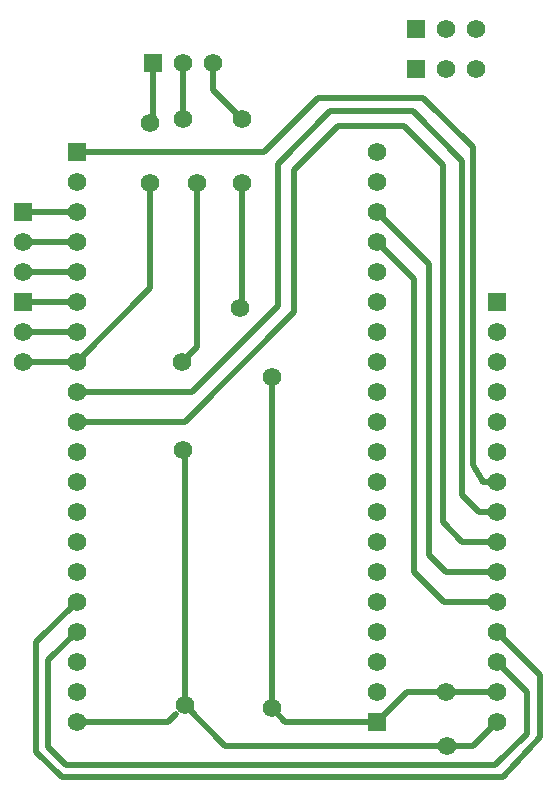
<source format=gbl>
G04 Layer: BottomLayer*
G04 EasyEDA v6.5.40, 2025-04-08 18:07:50*
G04 818aaf958c86489cb54930f66178348c,9a3801b0f1a945d2957c124233de6e5e,10*
G04 Gerber Generator version 0.2*
G04 Scale: 100 percent, Rotated: No, Reflected: No *
G04 Dimensions in millimeters *
G04 leading zeros omitted , absolute positions ,4 integer and 5 decimal *
%FSLAX45Y45*%
%MOMM*%

%ADD10C,0.5000*%
%ADD11C,1.5748*%
%ADD12R,1.5748X1.5748*%

%LPD*%
D10*
X1397000Y2146300D02*
G01*
X2374900Y2146300D01*
X3098800Y2870200D01*
X3098800Y4076700D01*
X3543300Y4521200D01*
X4241800Y4521200D01*
X4660900Y4102100D01*
X4660900Y1270000D01*
X4800600Y1130300D01*
X4953000Y1130300D01*
X1397000Y1892300D02*
G01*
X2311400Y1892300D01*
X3238500Y2819400D01*
X3238500Y4025900D01*
X3606800Y4394200D01*
X4165600Y4394200D01*
X4495800Y4064000D01*
X4495800Y1041400D01*
X4660900Y876300D01*
X4953000Y876300D01*
X3048000Y-533400D02*
G01*
X3048000Y2273300D01*
X2311400Y-508000D02*
G01*
X2311400Y1638300D01*
X2298700Y1651000D01*
X4533900Y-850900D02*
G01*
X2654300Y-850900D01*
X2311400Y-508000D01*
X3937000Y-647700D02*
G01*
X4191000Y-393700D01*
X4521200Y-393700D01*
X4953000Y-647700D02*
G01*
X4749800Y-850900D01*
X4533900Y-850900D01*
X1397000Y114300D02*
G01*
X1155700Y-127000D01*
X1155700Y-863600D01*
X1308100Y-1016000D01*
X4940300Y-1016000D01*
X5207000Y-749300D01*
X5207000Y-393700D01*
X4953000Y-139700D01*
X1397000Y368300D02*
G01*
X1054100Y25400D01*
X1054100Y-901700D01*
X1270000Y-1117600D01*
X5003800Y-1117600D01*
X5321300Y-774700D01*
X5321300Y-622300D01*
X5321300Y-254000D01*
X4953000Y114300D01*
X1397000Y4178300D02*
G01*
X2984500Y4178300D01*
X3441700Y4635500D01*
X4330700Y4635500D01*
X4749800Y4216400D01*
X4749800Y1524000D01*
X4826000Y1397000D01*
X4838700Y1384300D01*
X4953000Y1384300D01*
X3937000Y3670300D02*
G01*
X4381500Y3225800D01*
X4381500Y762000D01*
X4521200Y622300D01*
X4953000Y622300D01*
X3937000Y3416300D02*
G01*
X4254500Y3098800D01*
X4254500Y622300D01*
X4508500Y368300D01*
X4953000Y368300D01*
X4521200Y-393700D02*
G01*
X4953000Y-393700D01*
X3048000Y-533400D02*
G01*
X3162300Y-647700D01*
X3937000Y-647700D01*
X2019300Y3911600D02*
G01*
X2019300Y3022600D01*
X1397000Y2400300D01*
X939800Y2400300D02*
G01*
X1397000Y2400300D01*
X939800Y2654300D02*
G01*
X1397000Y2654300D01*
X939800Y2908300D02*
G01*
X1397000Y2908300D01*
X939800Y3162300D02*
G01*
X1397000Y3162300D01*
X939800Y3416300D02*
G01*
X1397000Y3416300D01*
X939800Y3670300D02*
G01*
X1397000Y3670300D01*
X2552700Y4927600D02*
G01*
X2552700Y4699000D01*
X2794000Y4457700D01*
X2794000Y3911600D02*
G01*
X2794000Y2870200D01*
X2781300Y2857500D01*
X2286000Y2400300D02*
G01*
X2413000Y2527300D01*
X2413000Y3911600D01*
X2019300Y4419600D02*
G01*
X2044700Y4445000D01*
X2044700Y4927600D01*
X2298700Y4927600D02*
G01*
X2298700Y4457700D01*
X1397000Y-647700D02*
G01*
X2171700Y-647700D01*
X2235784Y-583615D01*
D11*
G01*
X939800Y2400300D03*
G01*
X939800Y2654300D03*
D12*
G01*
X939800Y2908300D03*
D11*
G01*
X2552700Y4927600D03*
G01*
X2298700Y4927600D03*
D12*
G01*
X2044700Y4927600D03*
D11*
G01*
X4775200Y5219700D03*
G01*
X4521200Y5219700D03*
D12*
G01*
X4267200Y5219700D03*
D11*
G01*
X4775200Y4876800D03*
G01*
X4521200Y4876800D03*
D12*
G01*
X4267200Y4876800D03*
D11*
G01*
X3937000Y4178300D03*
G01*
X3937000Y3924300D03*
G01*
X3937000Y3670300D03*
G01*
X3937000Y3416300D03*
G01*
X3937000Y3162300D03*
G01*
X3937000Y2908300D03*
G01*
X3937000Y2654300D03*
G01*
X3937000Y2400300D03*
G01*
X3937000Y2146300D03*
G01*
X3937000Y1892300D03*
G01*
X3937000Y1638300D03*
G01*
X3937000Y1384300D03*
G01*
X3937000Y1130300D03*
G01*
X3937000Y876300D03*
G01*
X3937000Y622300D03*
G01*
X3937000Y368300D03*
G01*
X3937000Y114300D03*
G01*
X3937000Y-139700D03*
G01*
X3937000Y-393700D03*
D12*
G01*
X3937000Y-647700D03*
D11*
G01*
X1397000Y-647700D03*
G01*
X1397000Y-393700D03*
G01*
X1397000Y-139700D03*
G01*
X1397000Y114300D03*
G01*
X1397000Y368300D03*
G01*
X1397000Y622300D03*
G01*
X1397000Y876300D03*
G01*
X1397000Y1130300D03*
G01*
X1397000Y1384300D03*
G01*
X1397000Y1638300D03*
G01*
X1397000Y1892300D03*
G01*
X1397000Y2146300D03*
G01*
X1397000Y2400300D03*
G01*
X1397000Y2654300D03*
G01*
X1397000Y2908300D03*
G01*
X1397000Y3162300D03*
G01*
X1397000Y3416300D03*
G01*
X1397000Y3670300D03*
G01*
X1397000Y3924300D03*
D12*
G01*
X1397000Y4178300D03*
D11*
G01*
X939800Y3162300D03*
G01*
X939800Y3416300D03*
D12*
G01*
X939800Y3670300D03*
D11*
G01*
X4953000Y-647700D03*
G01*
X4953000Y-393700D03*
G01*
X4953000Y-139700D03*
G01*
X4953000Y114300D03*
G01*
X4953000Y368300D03*
G01*
X4953000Y622300D03*
G01*
X4953000Y876300D03*
G01*
X4953000Y1130300D03*
G01*
X4953000Y1384300D03*
G01*
X4953000Y1638300D03*
G01*
X4953000Y1892300D03*
G01*
X4953000Y2146300D03*
G01*
X4953000Y2400300D03*
G01*
X4953000Y2654300D03*
D12*
G01*
X4953000Y2908300D03*
D11*
G01*
X2311400Y-508000D03*
G01*
X3048000Y-533400D03*
G01*
X2286000Y2400300D03*
G01*
X2781300Y2857500D03*
G01*
X2298700Y1651000D03*
G01*
X3048000Y2273300D03*
G01*
X2413000Y3911600D03*
G01*
X2794000Y3911600D03*
G01*
X2298700Y4457700D03*
G01*
X2794000Y4457700D03*
G01*
X2019300Y3911600D03*
G01*
X2019300Y4419600D03*
G01*
X4521200Y-393700D03*
G01*
X4533900Y-850900D03*
M02*

</source>
